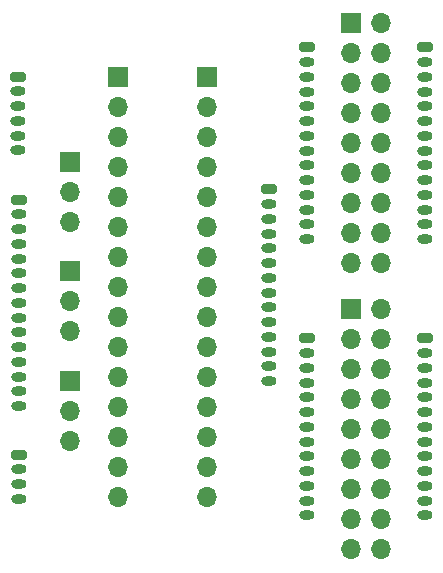
<source format=gbr>
%TF.GenerationSoftware,KiCad,Pcbnew,7.0.1*%
%TF.CreationDate,2023-03-26T20:19:22+09:00*%
%TF.ProjectId,joystick_gpio_input,6a6f7973-7469-4636-9b5f-6770696f5f69,2*%
%TF.SameCoordinates,PX78649acPY7936aa0*%
%TF.FileFunction,Soldermask,Bot*%
%TF.FilePolarity,Negative*%
%FSLAX46Y46*%
G04 Gerber Fmt 4.6, Leading zero omitted, Abs format (unit mm)*
G04 Created by KiCad (PCBNEW 7.0.1) date 2023-03-26 20:19:22*
%MOMM*%
%LPD*%
G01*
G04 APERTURE LIST*
G04 Aperture macros list*
%AMRoundRect*
0 Rectangle with rounded corners*
0 $1 Rounding radius*
0 $2 $3 $4 $5 $6 $7 $8 $9 X,Y pos of 4 corners*
0 Add a 4 corners polygon primitive as box body*
4,1,4,$2,$3,$4,$5,$6,$7,$8,$9,$2,$3,0*
0 Add four circle primitives for the rounded corners*
1,1,$1+$1,$2,$3*
1,1,$1+$1,$4,$5*
1,1,$1+$1,$6,$7*
1,1,$1+$1,$8,$9*
0 Add four rect primitives between the rounded corners*
20,1,$1+$1,$2,$3,$4,$5,0*
20,1,$1+$1,$4,$5,$6,$7,0*
20,1,$1+$1,$6,$7,$8,$9,0*
20,1,$1+$1,$8,$9,$2,$3,0*%
G04 Aperture macros list end*
%ADD10RoundRect,0.200000X-0.450000X0.200000X-0.450000X-0.200000X0.450000X-0.200000X0.450000X0.200000X0*%
%ADD11O,1.300000X0.800000*%
%ADD12R,1.700000X1.700000*%
%ADD13O,1.700000X1.700000*%
G04 APERTURE END LIST*
D10*
%TO.C,J5*%
X24850004Y31981800D03*
D11*
X24850004Y30731800D03*
X24850004Y29481800D03*
X24850004Y28231800D03*
X24850004Y26981800D03*
X24850004Y25731800D03*
X24850004Y24481800D03*
X24850004Y23231800D03*
X24850004Y21981800D03*
X24850004Y20731800D03*
X24850004Y19481800D03*
X24850004Y18231800D03*
X24850004Y16981800D03*
X24850004Y15731800D03*
%TD*%
D12*
%TO.C,JP3*%
X8009804Y15773400D03*
D13*
X8009804Y13233400D03*
X8009804Y10693400D03*
%TD*%
D10*
%TO.C,J1*%
X3615604Y41529000D03*
D11*
X3615604Y40279000D03*
X3615604Y39029000D03*
X3615604Y37779000D03*
X3615604Y36529000D03*
X3615604Y35279000D03*
%TD*%
D12*
%TO.C,J12*%
X12023004Y41529000D03*
D13*
X12023004Y38989000D03*
X12023004Y36449000D03*
X12023004Y33909000D03*
X12023004Y31369000D03*
X12023004Y28829000D03*
X12023004Y26289000D03*
X12023004Y23749000D03*
X12023004Y21209000D03*
X12023004Y18669000D03*
X12023004Y16129000D03*
X12023004Y13589000D03*
X12023004Y11049000D03*
X12023004Y8509000D03*
X12023004Y5969000D03*
%TD*%
D10*
%TO.C,J3*%
X3641004Y31115000D03*
D11*
X3641004Y29865000D03*
X3641004Y28615000D03*
X3641004Y27365000D03*
X3641004Y26115000D03*
X3641004Y24865000D03*
X3641004Y23615000D03*
X3641004Y22365000D03*
X3641004Y21115000D03*
X3641004Y19865000D03*
X3641004Y18615000D03*
X3641004Y17365000D03*
X3641004Y16115000D03*
X3641004Y14865000D03*
X3641004Y13615000D03*
%TD*%
D12*
%TO.C,JP1*%
X8009804Y34315400D03*
D13*
X8009804Y31775400D03*
X8009804Y29235400D03*
%TD*%
D12*
%TO.C,J4*%
X19561155Y41529000D03*
D13*
X19561155Y38989000D03*
X19561155Y36449000D03*
X19561155Y33909000D03*
X19561155Y31369000D03*
X19561155Y28829000D03*
X19561155Y26289000D03*
X19561155Y23749000D03*
X19561155Y21209000D03*
X19561155Y18669000D03*
X19561155Y16129000D03*
X19561155Y13589000D03*
X19561155Y11049000D03*
X19561155Y8509000D03*
X19561155Y5969000D03*
%TD*%
D12*
%TO.C,JP2*%
X8009804Y25044400D03*
D13*
X8009804Y22504400D03*
X8009804Y19964400D03*
%TD*%
D10*
%TO.C,J2*%
X3641004Y9525000D03*
D11*
X3641004Y8275000D03*
X3641004Y7025000D03*
X3641004Y5775000D03*
%TD*%
D10*
%TO.C,J9*%
X38071404Y19369800D03*
D11*
X38071404Y18119800D03*
X38071404Y16869800D03*
X38071404Y15619800D03*
X38071404Y14369800D03*
X38071404Y13119800D03*
X38071404Y11869800D03*
X38071404Y10619800D03*
X38071404Y9369800D03*
X38071404Y8119800D03*
X38071404Y6869800D03*
X38071404Y5619800D03*
X38071404Y4369800D03*
%TD*%
D10*
%TO.C,J11*%
X28063804Y19369800D03*
D11*
X28063804Y18119800D03*
X28063804Y16869800D03*
X28063804Y15619800D03*
X28063804Y14369800D03*
X28063804Y13119800D03*
X28063804Y11869800D03*
X28063804Y10619800D03*
X28063804Y9369800D03*
X28063804Y8119800D03*
X28063804Y6869800D03*
X28063804Y5619800D03*
X28063804Y4369800D03*
%TD*%
D12*
%TO.C,J7*%
X31818004Y21823600D03*
D13*
X34358004Y21823600D03*
X31818004Y19283600D03*
X34358004Y19283600D03*
X31818004Y16743600D03*
X34358004Y16743600D03*
X31818004Y14203600D03*
X34358004Y14203600D03*
X31818004Y11663600D03*
X34358004Y11663600D03*
X31818004Y9123600D03*
X34358004Y9123600D03*
X31818004Y6583600D03*
X34358004Y6583600D03*
X31818004Y4043600D03*
X34358004Y4043600D03*
X31818004Y1503600D03*
X34358004Y1503600D03*
%TD*%
D10*
%TO.C,J8*%
X38071404Y44007800D03*
D11*
X38071404Y42757800D03*
X38071404Y41507800D03*
X38071404Y40257800D03*
X38071404Y39007800D03*
X38071404Y37757800D03*
X38071404Y36507800D03*
X38071404Y35257800D03*
X38071404Y34007800D03*
X38071404Y32757800D03*
X38071404Y31507800D03*
X38071404Y30257800D03*
X38071404Y29007800D03*
X38071404Y27757800D03*
%TD*%
D12*
%TO.C,J6*%
X31818004Y46055200D03*
D13*
X34358004Y46055200D03*
X31818004Y43515200D03*
X34358004Y43515200D03*
X31818004Y40975200D03*
X34358004Y40975200D03*
X31818004Y38435200D03*
X34358004Y38435200D03*
X31818004Y35895200D03*
X34358004Y35895200D03*
X31818004Y33355200D03*
X34358004Y33355200D03*
X31818004Y30815200D03*
X34358004Y30815200D03*
X31818004Y28275200D03*
X34358004Y28275200D03*
X31818004Y25735200D03*
X34358004Y25735200D03*
%TD*%
D10*
%TO.C,J10*%
X28089204Y44007800D03*
D11*
X28089204Y42757800D03*
X28089204Y41507800D03*
X28089204Y40257800D03*
X28089204Y39007800D03*
X28089204Y37757800D03*
X28089204Y36507800D03*
X28089204Y35257800D03*
X28089204Y34007800D03*
X28089204Y32757800D03*
X28089204Y31507800D03*
X28089204Y30257800D03*
X28089204Y29007800D03*
X28089204Y27757800D03*
%TD*%
M02*

</source>
